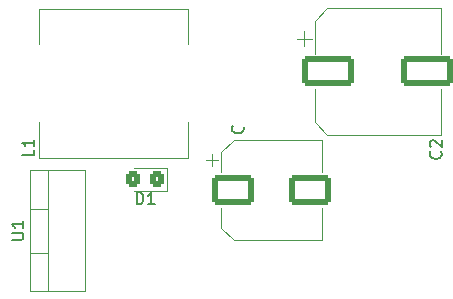
<source format=gto>
G04 #@! TF.GenerationSoftware,KiCad,Pcbnew,(6.0.9)*
G04 #@! TF.CreationDate,2022-12-23T10:47:14+01:00*
G04 #@! TF.ProjectId,buck,6275636b-2e6b-4696-9361-645f70636258,rev?*
G04 #@! TF.SameCoordinates,Original*
G04 #@! TF.FileFunction,Legend,Top*
G04 #@! TF.FilePolarity,Positive*
%FSLAX46Y46*%
G04 Gerber Fmt 4.6, Leading zero omitted, Abs format (unit mm)*
G04 Created by KiCad (PCBNEW (6.0.9)) date 2022-12-23 10:47:14*
%MOMM*%
%LPD*%
G01*
G04 APERTURE LIST*
G04 Aperture macros list*
%AMRoundRect*
0 Rectangle with rounded corners*
0 $1 Rounding radius*
0 $2 $3 $4 $5 $6 $7 $8 $9 X,Y pos of 4 corners*
0 Add a 4 corners polygon primitive as box body*
4,1,4,$2,$3,$4,$5,$6,$7,$8,$9,$2,$3,0*
0 Add four circle primitives for the rounded corners*
1,1,$1+$1,$2,$3*
1,1,$1+$1,$4,$5*
1,1,$1+$1,$6,$7*
1,1,$1+$1,$8,$9*
0 Add four rect primitives between the rounded corners*
20,1,$1+$1,$2,$3,$4,$5,0*
20,1,$1+$1,$4,$5,$6,$7,0*
20,1,$1+$1,$6,$7,$8,$9,0*
20,1,$1+$1,$8,$9,$2,$3,0*%
G04 Aperture macros list end*
%ADD10C,0.150000*%
%ADD11C,0.120000*%
%ADD12RoundRect,0.250000X-1.500000X-1.000000X1.500000X-1.000000X1.500000X1.000000X-1.500000X1.000000X0*%
%ADD13RoundRect,0.250000X-1.950000X-1.000000X1.950000X-1.000000X1.950000X1.000000X-1.950000X1.000000X0*%
%ADD14R,2.900000X5.400000*%
%ADD15C,5.400000*%
%ADD16RoundRect,0.250000X0.325000X0.450000X-0.325000X0.450000X-0.325000X-0.450000X0.325000X-0.450000X0*%
%ADD17R,1.800000X1.275000*%
%ADD18O,1.800000X1.275000*%
%ADD19R,1.700000X1.700000*%
%ADD20O,1.700000X1.700000*%
G04 APERTURE END LIST*
D10*
X134977142Y-92622666D02*
X135024761Y-92670285D01*
X135072380Y-92813142D01*
X135072380Y-92908380D01*
X135024761Y-93051238D01*
X134929523Y-93146476D01*
X134834285Y-93194095D01*
X134643809Y-93241714D01*
X134500952Y-93241714D01*
X134310476Y-93194095D01*
X134215238Y-93146476D01*
X134120000Y-93051238D01*
X134072380Y-92908380D01*
X134072380Y-92813142D01*
X134120000Y-92670285D01*
X134167619Y-92622666D01*
X135072380Y-91670285D02*
X135072380Y-92241714D01*
X135072380Y-91956000D02*
X134072380Y-91956000D01*
X134215238Y-92051238D01*
X134310476Y-92146476D01*
X134358095Y-92241714D01*
X151741142Y-94781666D02*
X151788761Y-94829285D01*
X151836380Y-94972142D01*
X151836380Y-95067380D01*
X151788761Y-95210238D01*
X151693523Y-95305476D01*
X151598285Y-95353095D01*
X151407809Y-95400714D01*
X151264952Y-95400714D01*
X151074476Y-95353095D01*
X150979238Y-95305476D01*
X150884000Y-95210238D01*
X150836380Y-95067380D01*
X150836380Y-94972142D01*
X150884000Y-94829285D01*
X150931619Y-94781666D01*
X150931619Y-94400714D02*
X150884000Y-94353095D01*
X150836380Y-94257857D01*
X150836380Y-94019761D01*
X150884000Y-93924523D01*
X150931619Y-93876904D01*
X151026857Y-93829285D01*
X151122095Y-93829285D01*
X151264952Y-93876904D01*
X151836380Y-94448333D01*
X151836380Y-93829285D01*
X117292380Y-94654666D02*
X117292380Y-95130857D01*
X116292380Y-95130857D01*
X117292380Y-93797523D02*
X117292380Y-94368952D01*
X117292380Y-94083238D02*
X116292380Y-94083238D01*
X116435238Y-94178476D01*
X116530476Y-94273714D01*
X116578095Y-94368952D01*
X126007904Y-99257380D02*
X126007904Y-98257380D01*
X126246000Y-98257380D01*
X126388857Y-98305000D01*
X126484095Y-98400238D01*
X126531714Y-98495476D01*
X126579333Y-98685952D01*
X126579333Y-98828809D01*
X126531714Y-99019285D01*
X126484095Y-99114523D01*
X126388857Y-99209761D01*
X126246000Y-99257380D01*
X126007904Y-99257380D01*
X127531714Y-99257380D02*
X126960285Y-99257380D01*
X127246000Y-99257380D02*
X127246000Y-98257380D01*
X127150761Y-98400238D01*
X127055523Y-98495476D01*
X126960285Y-98543095D01*
X115427380Y-102261904D02*
X116236904Y-102261904D01*
X116332142Y-102214285D01*
X116379761Y-102166666D01*
X116427380Y-102071428D01*
X116427380Y-101880952D01*
X116379761Y-101785714D01*
X116332142Y-101738095D01*
X116236904Y-101690476D01*
X115427380Y-101690476D01*
X116427380Y-100690476D02*
X116427380Y-101261904D01*
X116427380Y-100976190D02*
X115427380Y-100976190D01*
X115570238Y-101071428D01*
X115665476Y-101166666D01*
X115713095Y-101261904D01*
D11*
X133154000Y-101239563D02*
X134218437Y-102304000D01*
X141674000Y-102304000D02*
X141674000Y-99554000D01*
X132414000Y-95034000D02*
X132414000Y-96034000D01*
X134218437Y-93784000D02*
X141674000Y-93784000D01*
X134218437Y-102304000D02*
X141674000Y-102304000D01*
X133154000Y-94848437D02*
X133154000Y-96534000D01*
X141674000Y-93784000D02*
X141674000Y-96534000D01*
X131914000Y-95534000D02*
X132914000Y-95534000D01*
X133154000Y-101239563D02*
X133154000Y-99554000D01*
X133154000Y-94848437D02*
X134218437Y-93784000D01*
X141071000Y-83715437D02*
X142135437Y-82651000D01*
X151791000Y-93371000D02*
X151791000Y-89521000D01*
X140206000Y-84626000D02*
X140206000Y-85876000D01*
X141071000Y-92306563D02*
X141071000Y-89521000D01*
X139581000Y-85251000D02*
X140831000Y-85251000D01*
X141071000Y-92306563D02*
X142135437Y-93371000D01*
X141071000Y-83715437D02*
X141071000Y-86501000D01*
X142135437Y-82651000D02*
X151791000Y-82651000D01*
X142135437Y-93371000D02*
X151791000Y-93371000D01*
X151791000Y-82651000D02*
X151791000Y-86501000D01*
X117779000Y-85727000D02*
X117779000Y-82727000D01*
X130379000Y-82727000D02*
X130379000Y-85727000D01*
X117779000Y-95327000D02*
X117779000Y-92327000D01*
X117779000Y-82727000D02*
X130379000Y-82727000D01*
X130379000Y-95327000D02*
X117779000Y-95327000D01*
X130379000Y-92327000D02*
X130379000Y-95327000D01*
X125746000Y-98115000D02*
X128606000Y-98115000D01*
X128606000Y-96195000D02*
X125746000Y-96195000D01*
X128606000Y-98115000D02*
X128606000Y-96195000D01*
X121616000Y-106621000D02*
X121616000Y-96380000D01*
X116975000Y-103350000D02*
X118485000Y-103350000D01*
X116975000Y-96380000D02*
X121616000Y-96380000D01*
X116975000Y-99650000D02*
X118485000Y-99650000D01*
X116975000Y-106621000D02*
X116975000Y-96380000D01*
X118485000Y-106621000D02*
X118485000Y-96380000D01*
X116975000Y-106621000D02*
X121616000Y-106621000D01*
%LPC*%
D12*
X134164000Y-98044000D03*
X140664000Y-98044000D03*
D13*
X142231000Y-88011000D03*
X150631000Y-88011000D03*
D14*
X119129000Y-89027000D03*
X129029000Y-89027000D03*
D15*
X113538000Y-85979000D03*
X149225000Y-105029000D03*
D16*
X127771000Y-97155000D03*
X125721000Y-97155000D03*
D17*
X120245000Y-104900000D03*
D18*
X120245000Y-103200000D03*
X120245000Y-101500000D03*
X120245000Y-99800000D03*
X120245000Y-98100000D03*
D19*
X130459000Y-101264000D03*
D20*
X127919000Y-101264000D03*
D19*
X144145000Y-101219000D03*
X132207000Y-91948000D03*
D20*
X134747000Y-91948000D03*
M02*

</source>
